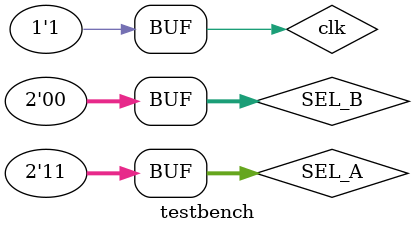
<source format=v>
`timescale 1 ns/1 ns	//time scale for simulation

module testbench;
   reg [1:0] SEL_A;
   reg [1:0] SEL_B;
   reg       clk;
   wire [3:0] OUT_A;
   wire [3:0] OUT_B;
   
   reg_file my_reg_file(.SEL_A(SEL_A), .SEL_B(SEL_B), .clk(clk), .OUT_A(OUT_A),
                        .OUT_B(OUT_B));

   initial begin
      $dumpfile("test.vcd");
      $dumpvars(0, testbench);

      // Setup fixed register values
      // Setup
      clk = 0;
      #17;

      // Hold
      clk = 1;
      #17;

      // Once register values are set, check values asynchronously
      // test0, OUT_A = r0.content
      //        OUT_B = r3.content
      SEL_A = 2'b00;
      SEL_B = 2'b11;
      #14;

      // test1, OUT_A = r1.content
      //        OUT_B = r2.content
      SEL_A = 2'b01;
      SEL_B = 2'b10;
      #14;

      // test2, OUT_A = r2.content
      //        OUT_B = r1.content
      SEL_A = 2'b10;
      SEL_B = 2'b01;
      #14;

      // test3, OUT_A = r3.content
      //        OUT_B = r0.content
      SEL_A = 2'b11;
      SEL_B = 2'b00;
      #14;
   end
endmodule

</source>
